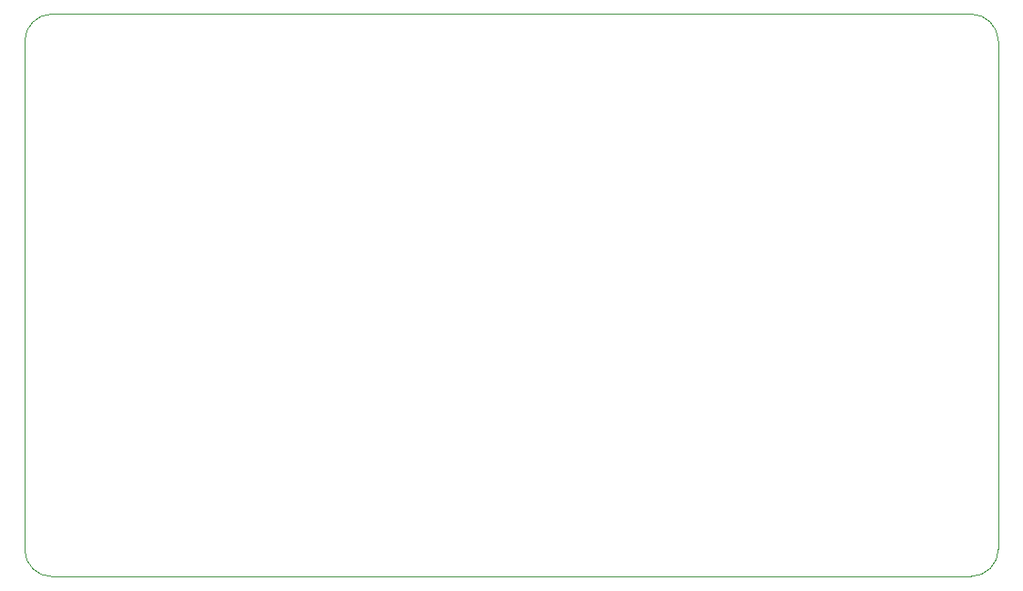
<source format=gbr>
%TF.GenerationSoftware,KiCad,Pcbnew,(5.1.10)-1*%
%TF.CreationDate,2021-06-15T10:47:19-05:00*%
%TF.ProjectId,gd 6502 proto pcb,67642036-3530-4322-9070-726f746f2070,rev?*%
%TF.SameCoordinates,Original*%
%TF.FileFunction,Profile,NP*%
%FSLAX46Y46*%
G04 Gerber Fmt 4.6, Leading zero omitted, Abs format (unit mm)*
G04 Created by KiCad (PCBNEW (5.1.10)-1) date 2021-06-15 10:47:19*
%MOMM*%
%LPD*%
G01*
G04 APERTURE LIST*
%TA.AperFunction,Profile*%
%ADD10C,0.050000*%
%TD*%
G04 APERTURE END LIST*
D10*
X221234000Y-62230000D02*
G75*
G02*
X223774000Y-64770000I0J-2540000D01*
G01*
X223774000Y-111887000D02*
G75*
G02*
X221234000Y-114427000I-2540000J0D01*
G01*
X135890000Y-114452400D02*
G75*
G02*
X133350000Y-111912400I0J2540000D01*
G01*
X133350000Y-64770000D02*
G75*
G02*
X135890000Y-62230000I2540000J0D01*
G01*
X135890000Y-62230000D02*
X221234000Y-62230000D01*
X133350000Y-111912400D02*
X133350000Y-64770000D01*
X221234000Y-114427000D02*
X135890000Y-114452400D01*
X223774000Y-64770000D02*
X223774000Y-111887000D01*
M02*

</source>
